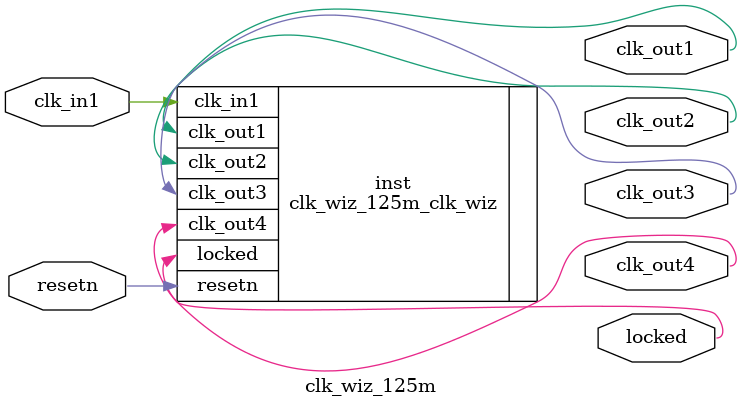
<source format=v>


`timescale 1ps/1ps

(* CORE_GENERATION_INFO = "clk_wiz_125m,clk_wiz_v5_4_3_0,{component_name=clk_wiz_125m,use_phase_alignment=true,use_min_o_jitter=false,use_max_i_jitter=false,use_dyn_phase_shift=false,use_inclk_switchover=false,use_dyn_reconfig=false,enable_axi=0,feedback_source=FDBK_AUTO,PRIMITIVE=MMCM,num_out_clk=4,clkin1_period=8.000,clkin2_period=10.000,use_power_down=false,use_reset=true,use_locked=true,use_inclk_stopped=false,feedback_type=SINGLE,CLOCK_MGR_TYPE=NA,manual_override=false}" *)

module clk_wiz_125m 
 (
  // Clock out ports
  output        clk_out1,
  output        clk_out2,
  output        clk_out3,
  output        clk_out4,
  // Status and control signals
  input         resetn,
  output        locked,
 // Clock in ports
  input         clk_in1
 );

  clk_wiz_125m_clk_wiz inst
  (
  // Clock out ports  
  .clk_out1(clk_out1),
  .clk_out2(clk_out2),
  .clk_out3(clk_out3),
  .clk_out4(clk_out4),
  // Status and control signals               
  .resetn(resetn), 
  .locked(locked),
 // Clock in ports
  .clk_in1(clk_in1)
  );

endmodule

</source>
